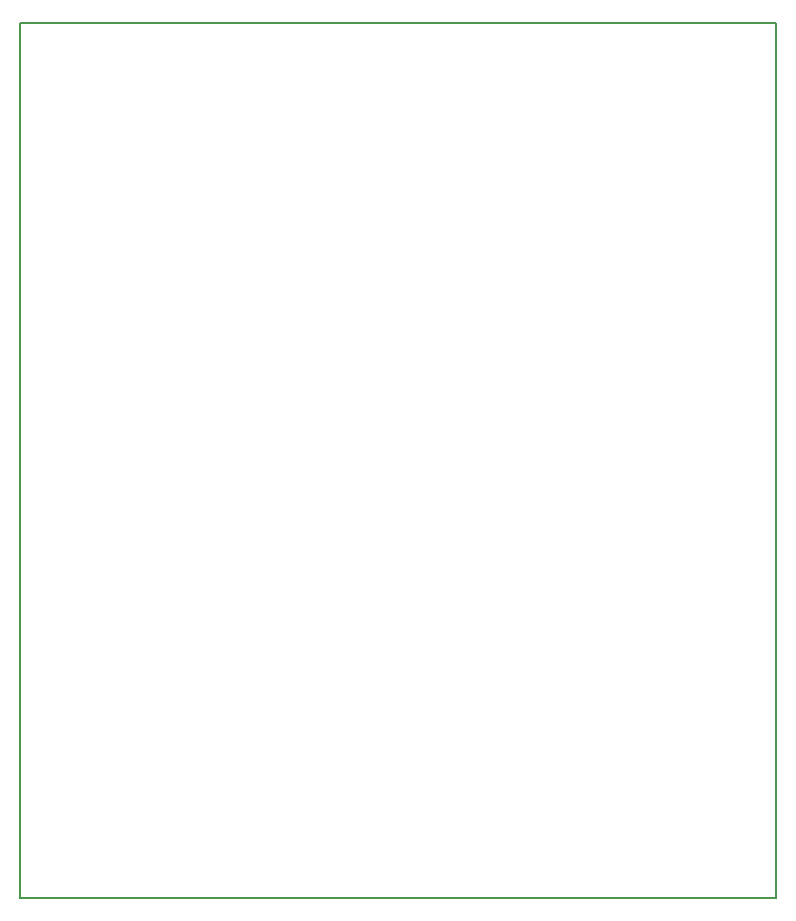
<source format=gbr>
%TF.GenerationSoftware,KiCad,Pcbnew,7.0.10*%
%TF.CreationDate,2024-03-05T16:05:14-06:00*%
%TF.ProjectId,smart_helmet,736d6172-745f-4686-956c-6d65742e6b69,rev?*%
%TF.SameCoordinates,Original*%
%TF.FileFunction,Profile,NP*%
%FSLAX46Y46*%
G04 Gerber Fmt 4.6, Leading zero omitted, Abs format (unit mm)*
G04 Created by KiCad (PCBNEW 7.0.10) date 2024-03-05 16:05:14*
%MOMM*%
%LPD*%
G01*
G04 APERTURE LIST*
%TA.AperFunction,Profile*%
%ADD10C,0.200000*%
%TD*%
G04 APERTURE END LIST*
D10*
X123090581Y-56702699D02*
X187061631Y-56702699D01*
X187061631Y-130745140D01*
X123090581Y-130745140D01*
X123090581Y-56702699D01*
M02*

</source>
